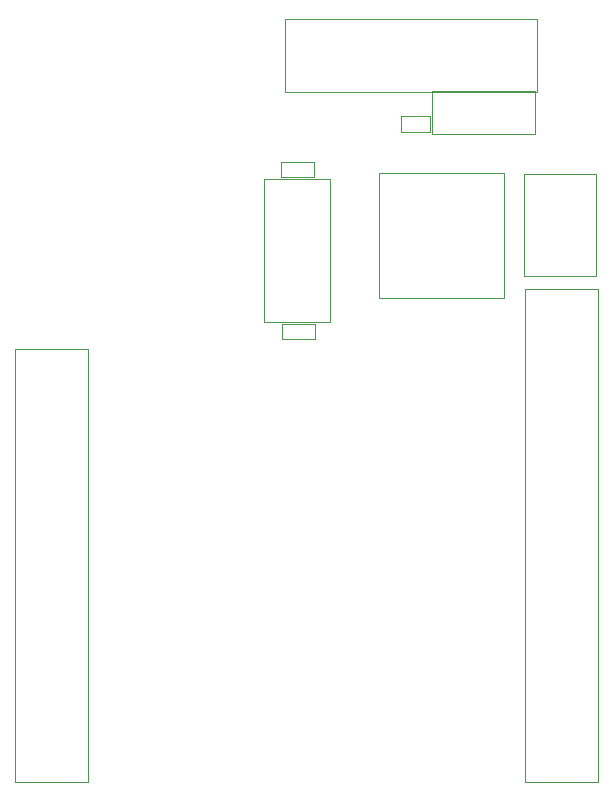
<source format=gbr>
G04 #@! TF.FileFunction,Other,User*
%FSLAX46Y46*%
G04 Gerber Fmt 4.6, Leading zero omitted, Abs format (unit mm)*
G04 Created by KiCad (PCBNEW 4.0.5) date 2017 May 23, Tuesday 21:15:10*
%MOMM*%
%LPD*%
G01*
G04 APERTURE LIST*
%ADD10C,0.100000*%
%ADD11C,0.050000*%
G04 APERTURE END LIST*
D10*
D11*
X145291000Y-72151000D02*
X142491000Y-72151000D01*
X145291000Y-72151000D02*
X145291000Y-70851000D01*
X142491000Y-70851000D02*
X142491000Y-72151000D01*
X142491000Y-70851000D02*
X145291000Y-70851000D01*
X145418000Y-85867000D02*
X142618000Y-85867000D01*
X145418000Y-85867000D02*
X145418000Y-84567000D01*
X142618000Y-84567000D02*
X142618000Y-85867000D01*
X142618000Y-84567000D02*
X145418000Y-84567000D01*
X163979000Y-64875000D02*
X155329000Y-64875000D01*
X155329000Y-64875000D02*
X155329000Y-68475000D01*
X155329000Y-68475000D02*
X163979000Y-68475000D01*
X163979000Y-68475000D02*
X163979000Y-64875000D01*
X169313000Y-123339000D02*
X169313000Y-81639000D01*
X169313000Y-81639000D02*
X163163000Y-81639000D01*
X163163000Y-81639000D02*
X163163000Y-123339000D01*
X163163000Y-123339000D02*
X169313000Y-123339000D01*
X142853000Y-64919000D02*
X164203000Y-64919000D01*
X164203000Y-64919000D02*
X164203000Y-58769000D01*
X164203000Y-58769000D02*
X142853000Y-58769000D01*
X142853000Y-58769000D02*
X142853000Y-64919000D01*
X126133000Y-123339000D02*
X126133000Y-86739000D01*
X126133000Y-86739000D02*
X119983000Y-86739000D01*
X119983000Y-86739000D02*
X119983000Y-123339000D01*
X119983000Y-123339000D02*
X126133000Y-123339000D01*
X146691000Y-72346000D02*
X141091000Y-72346000D01*
X141091000Y-72346000D02*
X141091000Y-84446000D01*
X141091000Y-84446000D02*
X146691000Y-84446000D01*
X146691000Y-84446000D02*
X146691000Y-72346000D01*
X150783000Y-71789000D02*
X150783000Y-82389000D01*
X161383000Y-71789000D02*
X161383000Y-82389000D01*
X150783000Y-71789000D02*
X161383000Y-71789000D01*
X150783000Y-82389000D02*
X161383000Y-82389000D01*
X163046000Y-71860000D02*
X163046000Y-80510000D01*
X163046000Y-80510000D02*
X169196000Y-80510000D01*
X169196000Y-80510000D02*
X169196000Y-71860000D01*
X169196000Y-71860000D02*
X163046000Y-71860000D01*
X152670000Y-66970000D02*
X155170000Y-66970000D01*
X152670000Y-66970000D02*
X152670000Y-68370000D01*
X155170000Y-68370000D02*
X155170000Y-66970000D01*
X155170000Y-68370000D02*
X152670000Y-68370000D01*
M02*

</source>
